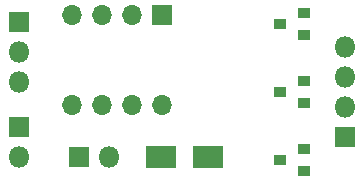
<source format=gbs>
%TF.GenerationSoftware,KiCad,Pcbnew,(5.1.6)-1*%
%TF.CreationDate,2020-09-25T08:59:50+02:00*%
%TF.ProjectId,rainbow-ledbar-CMS,7261696e-626f-4772-9d6c-65646261722d,rev?*%
%TF.SameCoordinates,PX8583b00PY44aa200*%
%TF.FileFunction,Soldermask,Bot*%
%TF.FilePolarity,Negative*%
%FSLAX46Y46*%
G04 Gerber Fmt 4.6, Leading zero omitted, Abs format (unit mm)*
G04 Created by KiCad (PCBNEW (5.1.6)-1) date 2020-09-25 08:59:50*
%MOMM*%
%LPD*%
G01*
G04 APERTURE LIST*
%ADD10R,1.000000X0.900000*%
%ADD11R,2.600000X1.900000*%
%ADD12R,1.800000X1.800000*%
%ADD13O,1.800000X1.800000*%
%ADD14R,1.700000X1.700000*%
%ADD15O,1.700000X1.700000*%
G04 APERTURE END LIST*
D10*
%TO.C,Q1*%
X27624000Y-8546000D03*
X27624000Y-10446000D03*
X25624000Y-9496000D03*
%TD*%
%TO.C,Q2*%
X25624000Y-15251000D03*
X27624000Y-16201000D03*
X27624000Y-14301000D03*
%TD*%
%TO.C,Q3*%
X27624000Y-2796000D03*
X27624000Y-4696000D03*
X25624000Y-3746000D03*
%TD*%
D11*
%TO.C,D1*%
X19480000Y-14995000D03*
X15480000Y-14995000D03*
%TD*%
D12*
%TO.C,J1*%
X31069000Y-13300000D03*
D13*
X31069000Y-10760000D03*
X31069000Y-8220000D03*
X31069000Y-5680000D03*
%TD*%
D12*
%TO.C,J2*%
X8590000Y-14995000D03*
D13*
X11130000Y-14995000D03*
%TD*%
%TO.C,J3*%
X3510000Y-14995000D03*
D12*
X3510000Y-12455000D03*
%TD*%
%TO.C,J5*%
X3510000Y-3565000D03*
D13*
X3510000Y-6105000D03*
X3510000Y-8645000D03*
%TD*%
D14*
%TO.C,U1*%
X15575000Y-2930000D03*
D15*
X7955000Y-10550000D03*
X13035000Y-2930000D03*
X10495000Y-10550000D03*
X10495000Y-2930000D03*
X13035000Y-10550000D03*
X7955000Y-2930000D03*
X15575000Y-10550000D03*
%TD*%
M02*

</source>
